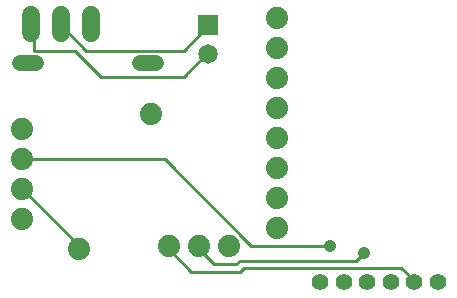
<source format=gbr>
G04 EAGLE Gerber RS-274X export*
G75*
%MOMM*%
%FSLAX34Y34*%
%LPD*%
%INBottom Copper*%
%IPPOS*%
%AMOC8*
5,1,8,0,0,1.08239X$1,22.5*%
G01*
%ADD10C,1.422400*%
%ADD11C,1.320800*%
%ADD12C,1.879600*%
%ADD13C,1.524000*%
%ADD14C,1.651000*%
%ADD15R,1.651000X1.651000*%
%ADD16C,0.254000*%
%ADD17C,1.066800*%


D10*
X318300Y353060D03*
X338300Y353060D03*
X358300Y353060D03*
X378300Y353060D03*
X398300Y353060D03*
X418300Y353060D03*
D11*
X77724Y538480D02*
X64516Y538480D01*
X166116Y538480D02*
X179324Y538480D01*
D12*
X281940Y398780D03*
X281940Y424180D03*
X281940Y449580D03*
X281940Y474980D03*
X281940Y500380D03*
X281940Y525780D03*
X281940Y551180D03*
X281940Y576580D03*
D13*
X73660Y579120D02*
X73660Y563880D01*
X99060Y563880D02*
X99060Y579120D01*
X124460Y579120D02*
X124460Y563880D01*
D14*
X223520Y546300D03*
D15*
X223520Y571300D03*
D12*
X190500Y383540D03*
X215900Y383540D03*
X241300Y383540D03*
X175260Y495300D03*
X114300Y381000D03*
X66040Y482600D03*
X66040Y457200D03*
X66040Y431800D03*
X66040Y406400D03*
D16*
X76200Y549275D02*
X76200Y571500D01*
X76200Y549275D02*
X111125Y549275D01*
X133350Y527050D01*
X203200Y527050D01*
X222250Y546100D01*
X76200Y571500D02*
X73660Y571500D01*
X222250Y546100D02*
X223520Y546300D01*
X66675Y431800D02*
X114300Y384175D01*
X114300Y381000D01*
X66675Y431800D02*
X66040Y431800D01*
X387350Y365125D02*
X396875Y355600D01*
X387350Y365125D02*
X254000Y365125D01*
X250825Y361950D01*
X209550Y361950D01*
X190500Y381000D01*
X396875Y355600D02*
X398300Y353060D01*
X190500Y381000D02*
X190500Y383540D01*
X260350Y384175D02*
X327025Y384175D01*
X260350Y384175D02*
X187325Y457200D01*
X66040Y457200D01*
D17*
X327025Y384175D03*
D16*
X349250Y371475D02*
X355600Y377825D01*
X349250Y371475D02*
X250825Y371475D01*
X247650Y368300D01*
X228600Y368300D01*
X215900Y381000D01*
X215900Y383540D01*
D17*
X355600Y377825D03*
D16*
X203200Y549275D02*
X222250Y568325D01*
X203200Y549275D02*
X120650Y549275D01*
X98425Y571500D01*
X222250Y568325D02*
X223520Y571300D01*
X99060Y571500D02*
X98425Y571500D01*
M02*

</source>
